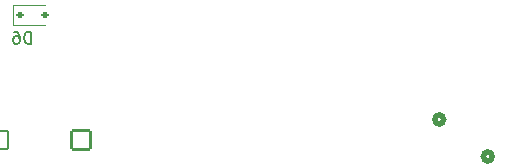
<source format=gbo>
G04 #@! TF.GenerationSoftware,KiCad,Pcbnew,7.0.11-7.0.11~ubuntu22.04.1*
G04 #@! TF.CreationDate,2024-09-13T10:30:39+07:00*
G04 #@! TF.ProjectId,scale,7363616c-652e-46b6-9963-61645f706362,rev?*
G04 #@! TF.SameCoordinates,Original*
G04 #@! TF.FileFunction,Legend,Bot*
G04 #@! TF.FilePolarity,Positive*
%FSLAX46Y46*%
G04 Gerber Fmt 4.6, Leading zero omitted, Abs format (unit mm)*
G04 Created by KiCad (PCBNEW 7.0.11-7.0.11~ubuntu22.04.1) date 2024-09-13 10:30:39*
%MOMM*%
%LPD*%
G01*
G04 APERTURE LIST*
G04 Aperture macros list*
%AMRoundRect*
0 Rectangle with rounded corners*
0 $1 Rounding radius*
0 $2 $3 $4 $5 $6 $7 $8 $9 X,Y pos of 4 corners*
0 Add a 4 corners polygon primitive as box body*
4,1,4,$2,$3,$4,$5,$6,$7,$8,$9,$2,$3,0*
0 Add four circle primitives for the rounded corners*
1,1,$1+$1,$2,$3*
1,1,$1+$1,$4,$5*
1,1,$1+$1,$6,$7*
1,1,$1+$1,$8,$9*
0 Add four rect primitives between the rounded corners*
20,1,$1+$1,$2,$3,$4,$5,0*
20,1,$1+$1,$4,$5,$6,$7,0*
20,1,$1+$1,$6,$7,$8,$9,0*
20,1,$1+$1,$8,$9,$2,$3,0*%
G04 Aperture macros list end*
%ADD10C,0.150000*%
%ADD11C,0.508000*%
%ADD12C,0.120000*%
%ADD13C,1.320800*%
%ADD14C,1.828800*%
%ADD15C,1.712000*%
%ADD16RoundRect,0.102000X-0.795000X-0.795000X0.795000X-0.795000X0.795000X0.795000X-0.795000X0.795000X0*%
%ADD17C,1.794000*%
%ADD18RoundRect,0.102000X0.754000X0.754000X-0.754000X0.754000X-0.754000X-0.754000X0.754000X-0.754000X0*%
%ADD19R,1.700000X1.700000*%
%ADD20O,1.700000X1.700000*%
%ADD21C,3.000000*%
%ADD22RoundRect,0.112500X-0.187500X-0.112500X0.187500X-0.112500X0.187500X0.112500X-0.187500X0.112500X0*%
G04 APERTURE END LIST*
D10*
X25138094Y-43154819D02*
X25138094Y-42154819D01*
X25138094Y-42154819D02*
X24899999Y-42154819D01*
X24899999Y-42154819D02*
X24757142Y-42202438D01*
X24757142Y-42202438D02*
X24661904Y-42297676D01*
X24661904Y-42297676D02*
X24614285Y-42392914D01*
X24614285Y-42392914D02*
X24566666Y-42583390D01*
X24566666Y-42583390D02*
X24566666Y-42726247D01*
X24566666Y-42726247D02*
X24614285Y-42916723D01*
X24614285Y-42916723D02*
X24661904Y-43011961D01*
X24661904Y-43011961D02*
X24757142Y-43107200D01*
X24757142Y-43107200D02*
X24899999Y-43154819D01*
X24899999Y-43154819D02*
X25138094Y-43154819D01*
X23709523Y-42154819D02*
X23899999Y-42154819D01*
X23899999Y-42154819D02*
X23995237Y-42202438D01*
X23995237Y-42202438D02*
X24042856Y-42250057D01*
X24042856Y-42250057D02*
X24138094Y-42392914D01*
X24138094Y-42392914D02*
X24185713Y-42583390D01*
X24185713Y-42583390D02*
X24185713Y-42964342D01*
X24185713Y-42964342D02*
X24138094Y-43059580D01*
X24138094Y-43059580D02*
X24090475Y-43107200D01*
X24090475Y-43107200D02*
X23995237Y-43154819D01*
X23995237Y-43154819D02*
X23804761Y-43154819D01*
X23804761Y-43154819D02*
X23709523Y-43107200D01*
X23709523Y-43107200D02*
X23661904Y-43059580D01*
X23661904Y-43059580D02*
X23614285Y-42964342D01*
X23614285Y-42964342D02*
X23614285Y-42726247D01*
X23614285Y-42726247D02*
X23661904Y-42631009D01*
X23661904Y-42631009D02*
X23709523Y-42583390D01*
X23709523Y-42583390D02*
X23804761Y-42535771D01*
X23804761Y-42535771D02*
X23995237Y-42535771D01*
X23995237Y-42535771D02*
X24090475Y-42583390D01*
X24090475Y-42583390D02*
X24138094Y-42631009D01*
X24138094Y-42631009D02*
X24185713Y-42726247D01*
D11*
X60081000Y-49572800D02*
G75*
G03*
X59319000Y-49572800I-381000J0D01*
G01*
X59319000Y-49572800D02*
G75*
G03*
X60081000Y-49572800I381000J0D01*
G01*
X64197400Y-52704901D02*
G75*
G03*
X63435400Y-52704901I-381000J0D01*
G01*
X63435400Y-52704901D02*
G75*
G03*
X64197400Y-52704901I381000J0D01*
G01*
D12*
X23640000Y-39850000D02*
X26300000Y-39850000D01*
X23640000Y-41550000D02*
X23640000Y-39850000D01*
X23640000Y-41550000D02*
X26300000Y-41550000D01*
%LPC*%
D13*
X59700000Y-46616596D03*
X67500000Y-46616596D03*
X52200002Y-4116604D03*
X74999997Y-4116604D03*
D14*
X67628400Y-52704901D03*
X71438400Y-52704901D03*
D15*
X21400000Y-40700000D03*
X29000000Y-40700000D03*
D16*
X29400000Y-51312500D03*
D17*
X31900000Y-51312500D03*
X34400000Y-51312500D03*
X36900000Y-51312500D03*
X39400000Y-51312500D03*
D18*
X22404750Y-51350000D03*
D15*
X19904750Y-51350000D03*
X17404750Y-51350000D03*
X14904750Y-51350000D03*
D19*
X1900000Y-34420000D03*
D20*
X1900000Y-31880000D03*
X1900000Y-29340000D03*
X1900000Y-26800000D03*
X1900000Y-24260000D03*
D21*
X52000000Y-55000000D03*
X28500000Y-29735000D03*
X5000000Y-55000000D03*
D22*
X24200000Y-40700000D03*
X26300000Y-40700000D03*
%LPD*%
M02*

</source>
